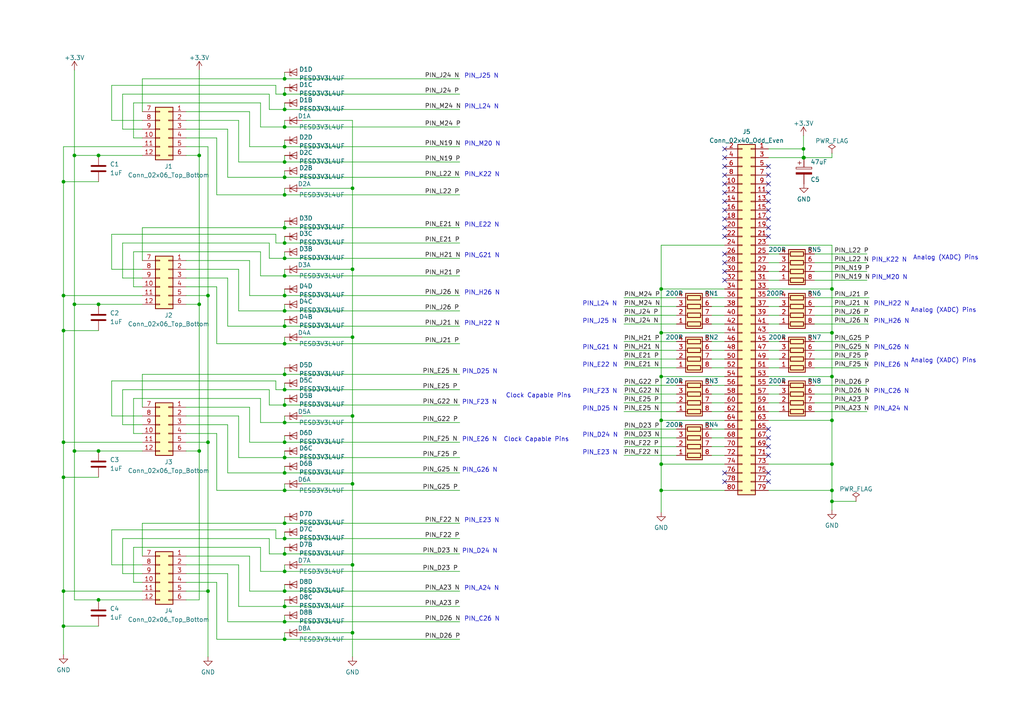
<source format=kicad_sch>
(kicad_sch (version 20211123) (generator eeschema)
  (paper "A4")
  (junction (at 57.785 45.085))
  (junction (at 82.55 175.895))
  (junction (at 82.55 160.655))
  (junction (at 82.55 113.03))
  (junction (at 82.55 185.42))
  (junction (at 18.415 128.27))
  (junction (at 18.415 52.705))
  (junction (at 82.55 132.715))
  (junction (at 191.77 109.22))
  (junction (at 233.045 43.18))
  (junction (at 18.415 171.45))
  (junction (at 82.55 22.86))
  (junction (at 241.3 121.92))
  (junction (at 191.77 96.52))
  (junction (at 60.325 171.45))
  (junction (at 102.235 183.515))
  (junction (at 241.3 142.24))
  (junction (at 102.235 140.335))
  (junction (at 57.785 88.265))
  (junction (at 28.575 173.99))
  (junction (at 102.235 78.105))
  (junction (at 102.235 163.83))
  (junction (at 82.55 85.725))
  (junction (at 82.55 42.545))
  (junction (at 82.55 142.24))
  (junction (at 82.55 74.93))
  (junction (at 18.415 85.725))
  (junction (at 82.55 108.585))
  (junction (at 18.415 181.61))
  (junction (at 102.235 120.65))
  (junction (at 191.77 121.92))
  (junction (at 241.3 83.82))
  (junction (at 82.55 128.27))
  (junction (at 82.55 66.04))
  (junction (at 28.575 88.265))
  (junction (at 82.55 46.99))
  (junction (at 241.3 145.415))
  (junction (at 21.59 45.085))
  (junction (at 241.3 96.52))
  (junction (at 82.55 90.17))
  (junction (at 191.77 142.24))
  (junction (at 82.55 180.34))
  (junction (at 82.55 99.695))
  (junction (at 82.55 70.485))
  (junction (at 82.55 151.765))
  (junction (at 21.59 130.81))
  (junction (at 241.3 134.62))
  (junction (at 233.172 45.72))
  (junction (at 82.55 94.615))
  (junction (at 82.55 31.75))
  (junction (at 82.55 171.45))
  (junction (at 82.55 137.16))
  (junction (at 57.785 130.81))
  (junction (at 18.415 138.43))
  (junction (at 82.55 36.83))
  (junction (at 241.3 109.22))
  (junction (at 82.55 56.515))
  (junction (at 60.325 128.27))
  (junction (at 82.55 117.475))
  (junction (at 102.235 54.61))
  (junction (at 191.77 83.82))
  (junction (at 18.415 95.885))
  (junction (at 233.045 45.72))
  (junction (at 82.55 156.21))
  (junction (at 82.55 165.735))
  (junction (at 102.235 97.79))
  (junction (at 82.55 51.435))
  (junction (at 82.55 80.01))
  (junction (at 82.55 27.305))
  (junction (at 28.575 130.81))
  (junction (at 28.575 45.085))
  (junction (at 82.55 122.555))
  (junction (at 60.325 85.725))
  (junction (at 21.59 88.265))
  (junction (at 191.77 134.62))
  (no_connect (at 210.185 73.66))
  (no_connect (at 210.185 76.2))
  (no_connect (at 210.185 78.74))
  (no_connect (at 210.185 81.28))
  (no_connect (at 210.185 137.16))
  (no_connect (at 210.185 139.7))
  (no_connect (at 222.885 58.42))
  (no_connect (at 222.885 60.96))
  (no_connect (at 222.885 68.58))
  (no_connect (at 222.885 66.04))
  (no_connect (at 222.885 63.5))
  (no_connect (at 222.885 137.16))
  (no_connect (at 222.885 139.7))
  (no_connect (at 222.885 132.08))
  (no_connect (at 210.185 53.34))
  (no_connect (at 210.185 45.72))
  (no_connect (at 210.185 43.18))
  (no_connect (at 210.185 55.88))
  (no_connect (at 210.185 48.26))
  (no_connect (at 210.185 50.8))
  (no_connect (at 210.185 60.96))
  (no_connect (at 210.185 58.42))
  (no_connect (at 210.185 66.04))
  (no_connect (at 210.185 63.5))
  (no_connect (at 222.885 129.54))
  (no_connect (at 222.885 127))
  (no_connect (at 222.885 124.46))
  (no_connect (at 222.885 55.88))
  (no_connect (at 222.885 48.26))
  (no_connect (at 222.885 53.34))
  (no_connect (at 222.885 50.8))
  (no_connect (at 210.185 68.58))
  (wire (pts (xy 18.415 42.545) (xy 41.275 42.545)))
  (wire (pts (xy 57.785 45.085) (xy 57.785 88.265)))
  (wire (pts (xy 80.01 67.945) (xy 80.01 70.485)))
  (wire (pts (xy 53.975 130.81) (xy 57.785 130.81)))
  (wire (pts (xy 72.39 118.11) (xy 72.39 128.27)))
  (wire (pts (xy 241.3 83.82) (xy 241.3 96.52)))
  (wire (pts (xy 62.865 168.91) (xy 62.865 185.42)))
  (wire (pts (xy 80.01 156.21) (xy 82.55 156.21)))
  (wire (pts (xy 82.55 51.435) (xy 133.35 51.435)))
  (wire (pts (xy 241.3 44.45) (xy 241.3 45.72)))
  (wire (pts (xy 57.785 20.32) (xy 57.785 45.085)))
  (wire (pts (xy 82.55 106.68) (xy 82.55 108.585)))
  (wire (pts (xy 241.3 145.415) (xy 248.285 145.415)))
  (wire (pts (xy 236.22 101.6) (xy 251.46 101.6)))
  (wire (pts (xy 82.55 113.03) (xy 133.35 113.03)))
  (wire (pts (xy 82.55 173.99) (xy 82.55 175.895)))
  (wire (pts (xy 82.55 40.64) (xy 82.55 42.545)))
  (wire (pts (xy 236.22 99.06) (xy 251.46 99.06)))
  (wire (pts (xy 38.735 29.845) (xy 75.565 29.845)))
  (wire (pts (xy 35.56 123.19) (xy 41.275 123.19)))
  (wire (pts (xy 180.975 104.14) (xy 196.215 104.14)))
  (wire (pts (xy 66.04 51.435) (xy 82.55 51.435)))
  (wire (pts (xy 62.865 40.005) (xy 62.865 56.515)))
  (wire (pts (xy 82.55 92.71) (xy 82.55 94.615)))
  (wire (pts (xy 53.975 161.29) (xy 72.39 161.29)))
  (wire (pts (xy 222.885 83.82) (xy 241.3 83.82)))
  (wire (pts (xy 82.55 185.42) (xy 133.35 185.42)))
  (wire (pts (xy 180.975 91.44) (xy 196.215 91.44)))
  (wire (pts (xy 82.55 83.82) (xy 82.55 85.725)))
  (wire (pts (xy 41.275 66.04) (xy 82.55 66.04)))
  (wire (pts (xy 222.885 109.22) (xy 241.3 109.22)))
  (wire (pts (xy 87.63 140.335) (xy 102.235 140.335)))
  (wire (pts (xy 222.885 93.98) (xy 226.06 93.98)))
  (wire (pts (xy 62.865 125.73) (xy 62.865 142.24)))
  (wire (pts (xy 38.735 168.91) (xy 41.275 168.91)))
  (wire (pts (xy 241.3 142.24) (xy 241.3 145.415)))
  (wire (pts (xy 32.385 163.83) (xy 41.275 163.83)))
  (wire (pts (xy 28.575 45.085) (xy 41.275 45.085)))
  (wire (pts (xy 18.415 138.43) (xy 18.415 171.45)))
  (wire (pts (xy 87.63 78.105) (xy 102.235 78.105)))
  (wire (pts (xy 32.385 24.765) (xy 80.01 24.765)))
  (wire (pts (xy 35.56 27.305) (xy 78.105 27.305)))
  (wire (pts (xy 41.275 151.765) (xy 41.275 161.29)))
  (wire (pts (xy 222.885 45.72) (xy 233.045 45.72)))
  (wire (pts (xy 206.375 104.14) (xy 210.185 104.14)))
  (wire (pts (xy 82.55 42.545) (xy 133.35 42.545)))
  (wire (pts (xy 53.975 88.265) (xy 57.785 88.265)))
  (wire (pts (xy 60.325 171.45) (xy 60.325 190.5)))
  (wire (pts (xy 66.04 166.37) (xy 66.04 180.34)))
  (wire (pts (xy 206.375 88.9) (xy 210.185 88.9)))
  (wire (pts (xy 35.56 166.37) (xy 41.275 166.37)))
  (wire (pts (xy 38.735 83.185) (xy 41.275 83.185)))
  (wire (pts (xy 82.55 142.24) (xy 133.35 142.24)))
  (wire (pts (xy 21.59 45.085) (xy 28.575 45.085)))
  (wire (pts (xy 69.215 90.17) (xy 69.215 78.105)))
  (wire (pts (xy 236.22 106.68) (xy 251.46 106.68)))
  (wire (pts (xy 180.975 86.36) (xy 196.215 86.36)))
  (wire (pts (xy 87.63 97.79) (xy 102.235 97.79)))
  (wire (pts (xy 53.975 37.465) (xy 66.04 37.465)))
  (wire (pts (xy 82.55 122.555) (xy 133.35 122.555)))
  (wire (pts (xy 180.975 88.9) (xy 196.215 88.9)))
  (wire (pts (xy 69.215 46.99) (xy 69.215 34.925)))
  (wire (pts (xy 82.55 178.435) (xy 82.55 180.34)))
  (wire (pts (xy 41.275 22.86) (xy 41.275 32.385)))
  (wire (pts (xy 82.55 183.515) (xy 82.55 185.42)))
  (wire (pts (xy 32.385 24.765) (xy 32.385 34.925)))
  (wire (pts (xy 222.885 91.44) (xy 226.06 91.44)))
  (wire (pts (xy 41.275 66.04) (xy 41.275 75.565)))
  (wire (pts (xy 82.55 137.16) (xy 133.35 137.16)))
  (wire (pts (xy 222.885 43.18) (xy 233.045 43.18)))
  (wire (pts (xy 222.885 119.38) (xy 226.06 119.38)))
  (wire (pts (xy 222.885 142.24) (xy 241.3 142.24)))
  (wire (pts (xy 35.56 80.645) (xy 41.275 80.645)))
  (wire (pts (xy 82.55 20.955) (xy 82.55 22.86)))
  (wire (pts (xy 78.105 160.655) (xy 82.55 160.655)))
  (wire (pts (xy 66.04 180.34) (xy 82.55 180.34)))
  (wire (pts (xy 222.885 134.62) (xy 241.3 134.62)))
  (wire (pts (xy 241.3 134.62) (xy 241.3 142.24)))
  (wire (pts (xy 53.975 85.725) (xy 60.325 85.725)))
  (wire (pts (xy 78.105 74.93) (xy 82.55 74.93)))
  (wire (pts (xy 72.39 171.45) (xy 82.55 171.45)))
  (wire (pts (xy 87.63 120.65) (xy 102.235 120.65)))
  (wire (pts (xy 82.55 54.61) (xy 82.55 56.515)))
  (wire (pts (xy 180.975 116.84) (xy 196.215 116.84)))
  (wire (pts (xy 82.55 151.765) (xy 133.35 151.765)))
  (wire (pts (xy 18.415 181.61) (xy 28.575 181.61)))
  (wire (pts (xy 191.77 121.92) (xy 210.185 121.92)))
  (wire (pts (xy 32.385 34.925) (xy 41.275 34.925)))
  (wire (pts (xy 180.975 119.38) (xy 196.215 119.38)))
  (wire (pts (xy 206.375 119.38) (xy 210.185 119.38)))
  (wire (pts (xy 53.975 171.45) (xy 60.325 171.45)))
  (wire (pts (xy 38.735 73.025) (xy 38.735 83.185)))
  (wire (pts (xy 191.77 134.62) (xy 210.185 134.62)))
  (wire (pts (xy 80.01 27.305) (xy 82.55 27.305)))
  (wire (pts (xy 82.55 149.86) (xy 82.55 151.765)))
  (wire (pts (xy 82.55 94.615) (xy 133.35 94.615)))
  (wire (pts (xy 191.77 109.22) (xy 191.77 121.92)))
  (wire (pts (xy 82.55 68.58) (xy 82.55 70.485)))
  (wire (pts (xy 32.385 153.67) (xy 32.385 163.83)))
  (wire (pts (xy 236.22 86.36) (xy 252.095 86.36)))
  (wire (pts (xy 62.865 185.42) (xy 82.55 185.42)))
  (wire (pts (xy 180.975 132.08) (xy 196.215 132.08)))
  (wire (pts (xy 18.415 171.45) (xy 18.415 181.61)))
  (wire (pts (xy 53.975 168.91) (xy 62.865 168.91)))
  (wire (pts (xy 78.105 156.21) (xy 78.105 160.655)))
  (wire (pts (xy 32.385 120.65) (xy 41.275 120.65)))
  (wire (pts (xy 75.565 122.555) (xy 75.565 115.57)))
  (wire (pts (xy 28.575 173.99) (xy 41.275 173.99)))
  (wire (pts (xy 241.3 109.22) (xy 241.3 121.92)))
  (wire (pts (xy 102.235 183.515) (xy 102.235 190.5)))
  (wire (pts (xy 236.22 73.66) (xy 251.46 73.66)))
  (wire (pts (xy 180.975 93.98) (xy 196.215 93.98)))
  (wire (pts (xy 53.975 80.645) (xy 66.04 80.645)))
  (wire (pts (xy 191.77 109.22) (xy 210.185 109.22)))
  (wire (pts (xy 28.575 88.265) (xy 41.275 88.265)))
  (wire (pts (xy 82.55 130.81) (xy 82.55 132.715)))
  (wire (pts (xy 82.55 99.695) (xy 133.35 99.695)))
  (wire (pts (xy 222.885 96.52) (xy 241.3 96.52)))
  (wire (pts (xy 21.59 20.32) (xy 21.59 45.085)))
  (wire (pts (xy 21.59 130.81) (xy 28.575 130.81)))
  (wire (pts (xy 233.045 39.37) (xy 233.045 43.18)))
  (wire (pts (xy 38.735 158.75) (xy 38.735 168.91)))
  (wire (pts (xy 53.975 123.19) (xy 66.04 123.19)))
  (wire (pts (xy 35.56 156.21) (xy 78.105 156.21)))
  (wire (pts (xy 35.56 37.465) (xy 41.275 37.465)))
  (wire (pts (xy 191.77 96.52) (xy 191.77 109.22)))
  (wire (pts (xy 206.375 99.06) (xy 210.185 99.06)))
  (wire (pts (xy 75.565 122.555) (xy 82.55 122.555)))
  (wire (pts (xy 32.385 110.49) (xy 80.01 110.49)))
  (wire (pts (xy 18.415 42.545) (xy 18.415 52.705)))
  (wire (pts (xy 21.59 88.265) (xy 21.59 130.81)))
  (wire (pts (xy 38.735 115.57) (xy 75.565 115.57)))
  (wire (pts (xy 53.975 34.925) (xy 69.215 34.925)))
  (wire (pts (xy 222.885 76.2) (xy 226.06 76.2)))
  (wire (pts (xy 62.865 99.695) (xy 82.55 99.695)))
  (wire (pts (xy 28.575 130.81) (xy 41.275 130.81)))
  (wire (pts (xy 206.375 124.46) (xy 210.185 124.46)))
  (wire (pts (xy 82.55 171.45) (xy 133.35 171.45)))
  (wire (pts (xy 180.975 114.3) (xy 196.215 114.3)))
  (wire (pts (xy 236.22 78.74) (xy 251.46 78.74)))
  (wire (pts (xy 82.55 160.655) (xy 133.35 160.655)))
  (wire (pts (xy 32.385 67.945) (xy 80.01 67.945)))
  (wire (pts (xy 82.55 66.04) (xy 133.35 66.04)))
  (wire (pts (xy 82.55 120.65) (xy 82.55 122.555)))
  (wire (pts (xy 75.565 165.735) (xy 82.55 165.735)))
  (wire (pts (xy 222.885 78.74) (xy 226.06 78.74)))
  (wire (pts (xy 222.885 86.36) (xy 226.06 86.36)))
  (wire (pts (xy 82.55 175.895) (xy 133.35 175.895)))
  (wire (pts (xy 21.59 130.81) (xy 21.59 173.99)))
  (wire (pts (xy 222.885 111.76) (xy 226.06 111.76)))
  (wire (pts (xy 53.975 75.565) (xy 72.39 75.565)))
  (wire (pts (xy 72.39 85.725) (xy 82.55 85.725)))
  (wire (pts (xy 38.735 125.73) (xy 41.275 125.73)))
  (wire (pts (xy 53.975 125.73) (xy 62.865 125.73)))
  (wire (pts (xy 18.415 138.43) (xy 28.575 138.43)))
  (wire (pts (xy 32.385 110.49) (xy 32.385 120.65)))
  (wire (pts (xy 102.235 120.65) (xy 102.235 140.335)))
  (wire (pts (xy 241.3 96.52) (xy 241.3 109.22)))
  (wire (pts (xy 18.415 85.725) (xy 41.275 85.725)))
  (wire (pts (xy 32.385 153.67) (xy 80.01 153.67)))
  (wire (pts (xy 82.55 88.265) (xy 82.55 90.17)))
  (wire (pts (xy 21.59 88.265) (xy 28.575 88.265)))
  (wire (pts (xy 82.55 163.83) (xy 82.55 165.735)))
  (wire (pts (xy 38.735 158.75) (xy 75.565 158.75)))
  (wire (pts (xy 236.22 81.28) (xy 251.46 81.28)))
  (wire (pts (xy 82.55 34.925) (xy 82.55 36.83)))
  (wire (pts (xy 222.885 71.12) (xy 241.3 71.12)))
  (wire (pts (xy 41.275 151.765) (xy 82.55 151.765)))
  (wire (pts (xy 75.565 80.01) (xy 82.55 80.01)))
  (wire (pts (xy 18.415 128.27) (xy 41.275 128.27)))
  (wire (pts (xy 87.63 54.61) (xy 102.235 54.61)))
  (wire (pts (xy 206.375 106.68) (xy 210.185 106.68)))
  (wire (pts (xy 62.865 142.24) (xy 82.55 142.24)))
  (wire (pts (xy 82.55 156.21) (xy 133.35 156.21)))
  (wire (pts (xy 102.235 97.79) (xy 102.235 120.65)))
  (wire (pts (xy 69.215 132.715) (xy 82.55 132.715)))
  (wire (pts (xy 236.22 93.98) (xy 251.9066 93.98)))
  (wire (pts (xy 62.865 83.185) (xy 62.865 99.695)))
  (wire (pts (xy 191.77 142.24) (xy 191.77 148.59)))
  (wire (pts (xy 82.55 154.305) (xy 82.55 156.21)))
  (wire (pts (xy 75.565 80.01) (xy 75.565 73.025)))
  (wire (pts (xy 53.975 45.085) (xy 57.785 45.085)))
  (wire (pts (xy 72.39 128.27) (xy 82.55 128.27)))
  (wire (pts (xy 53.975 163.83) (xy 69.215 163.83)))
  (wire (pts (xy 32.385 78.105) (xy 41.275 78.105)))
  (wire (pts (xy 180.975 124.46) (xy 196.215 124.46)))
  (wire (pts (xy 206.375 86.36) (xy 210.185 86.36)))
  (wire (pts (xy 191.77 71.12) (xy 191.77 83.82)))
  (wire (pts (xy 18.415 171.45) (xy 41.275 171.45)))
  (wire (pts (xy 38.735 115.57) (xy 38.735 125.73)))
  (wire (pts (xy 38.735 73.025) (xy 75.565 73.025)))
  (wire (pts (xy 82.55 56.515) (xy 133.35 56.515)))
  (wire (pts (xy 72.39 42.545) (xy 82.55 42.545)))
  (wire (pts (xy 82.55 45.085) (xy 82.55 46.99)))
  (wire (pts (xy 66.04 123.19) (xy 66.04 137.16)))
  (wire (pts (xy 82.55 126.365) (xy 82.55 128.27)))
  (wire (pts (xy 180.975 99.06) (xy 196.215 99.06)))
  (wire (pts (xy 236.22 88.9) (xy 252.095 88.9)))
  (wire (pts (xy 18.415 85.725) (xy 18.415 95.885)))
  (wire (pts (xy 60.325 128.27) (xy 60.325 171.45)))
  (wire (pts (xy 69.215 90.17) (xy 82.55 90.17)))
  (wire (pts (xy 82.55 78.105) (xy 82.55 80.01)))
  (wire (pts (xy 60.325 85.725) (xy 60.325 128.27)))
  (wire (pts (xy 241.3 145.415) (xy 241.3 147.955)))
  (wire (pts (xy 236.22 104.14) (xy 251.46 104.14)))
  (wire (pts (xy 236.22 116.84) (xy 251.46 116.84)))
  (wire (pts (xy 82.55 97.79) (xy 82.55 99.695)))
  (wire (pts (xy 191.77 134.62) (xy 191.77 142.24)))
  (wire (pts (xy 21.59 45.085) (xy 21.59 88.265)))
  (wire (pts (xy 66.04 137.16) (xy 82.55 137.16)))
  (wire (pts (xy 66.04 94.615) (xy 82.55 94.615)))
  (wire (pts (xy 206.375 111.76) (xy 210.185 111.76)))
  (wire (pts (xy 241.3 121.92) (xy 241.3 134.62)))
  (wire (pts (xy 82.55 70.485) (xy 133.35 70.485)))
  (wire (pts (xy 57.785 88.265) (xy 57.785 130.81)))
  (wire (pts (xy 82.55 74.93) (xy 133.35 74.93)))
  (wire (pts (xy 78.105 31.75) (xy 82.55 31.75)))
  (wire (pts (xy 191.77 142.24) (xy 210.185 142.24)))
  (wire (pts (xy 41.275 108.585) (xy 41.275 118.11)))
  (wire (pts (xy 206.375 116.84) (xy 210.185 116.84)))
  (wire (pts (xy 80.01 113.03) (xy 82.55 113.03)))
  (wire (pts (xy 82.55 165.735) (xy 133.35 165.735)))
  (wire (pts (xy 18.415 181.61) (xy 18.415 189.865)))
  (wire (pts (xy 102.235 140.335) (xy 102.235 163.83)))
  (wire (pts (xy 53.975 118.11) (xy 72.39 118.11)))
  (wire (pts (xy 222.885 81.28) (xy 226.06 81.28)))
  (wire (pts (xy 21.59 173.99) (xy 28.575 173.99)))
  (wire (pts (xy 82.55 115.57) (xy 82.55 117.475)))
  (wire (pts (xy 222.885 88.9) (xy 226.06 88.9)))
  (wire (pts (xy 82.55 73.025) (xy 82.55 74.93)))
  (wire (pts (xy 206.375 93.98) (xy 210.185 93.98)))
  (wire (pts (xy 87.63 163.83) (xy 102.235 163.83)))
  (wire (pts (xy 233.045 45.72) (xy 233.172 45.72)))
  (wire (pts (xy 69.215 46.99) (xy 82.55 46.99)))
  (wire (pts (xy 82.55 108.585) (xy 133.35 108.585)))
  (wire (pts (xy 82.55 90.17) (xy 133.35 90.17)))
  (wire (pts (xy 80.01 110.49) (xy 80.01 113.03)))
  (wire (pts (xy 72.39 161.29) (xy 72.39 171.45)))
  (wire (pts (xy 78.105 27.305) (xy 78.105 31.75)))
  (wire (pts (xy 206.375 91.44) (xy 210.185 91.44)))
  (wire (pts (xy 41.275 22.86) (xy 82.55 22.86)))
  (wire (pts (xy 53.975 32.385) (xy 72.39 32.385)))
  (wire (pts (xy 82.55 111.125) (xy 82.55 113.03)))
  (wire (pts (xy 66.04 37.465) (xy 66.04 51.435)))
  (wire (pts (xy 18.415 95.885) (xy 18.415 128.27)))
  (wire (pts (xy 102.235 54.61) (xy 102.235 78.105)))
  (wire (pts (xy 38.735 29.845) (xy 38.735 40.005)))
  (wire (pts (xy 53.975 40.005) (xy 62.865 40.005)))
  (wire (pts (xy 82.55 29.845) (xy 82.55 31.75)))
  (wire (pts (xy 82.55 27.305) (xy 133.35 27.305)))
  (wire (pts (xy 82.55 140.335) (xy 82.55 142.24)))
  (wire (pts (xy 206.375 129.54) (xy 210.185 129.54)))
  (wire (pts (xy 236.22 114.3) (xy 251.46 114.3)))
  (wire (pts (xy 191.77 96.52) (xy 210.185 96.52)))
  (wire (pts (xy 222.885 99.06) (xy 226.06 99.06)))
  (wire (pts (xy 222.885 104.14) (xy 226.06 104.14)))
  (wire (pts (xy 82.55 80.01) (xy 133.35 80.01)))
  (wire (pts (xy 180.975 129.54) (xy 196.215 129.54)))
  (wire (pts (xy 206.375 127) (xy 210.185 127)))
  (wire (pts (xy 66.04 80.645) (xy 66.04 94.615)))
  (wire (pts (xy 180.975 111.76) (xy 196.215 111.76)))
  (wire (pts (xy 60.325 42.545) (xy 60.325 85.725)))
  (wire (pts (xy 78.105 113.03) (xy 78.105 117.475)))
  (wire (pts (xy 191.77 83.82) (xy 191.77 96.52)))
  (wire (pts (xy 69.215 175.895) (xy 69.215 163.83)))
  (wire (pts (xy 82.55 128.27) (xy 133.35 128.27)))
  (wire (pts (xy 32.385 67.945) (xy 32.385 78.105)))
  (wire (pts (xy 82.55 117.475) (xy 133.35 117.475)))
  (wire (pts (xy 53.975 78.105) (xy 69.215 78.105)))
  (wire (pts (xy 35.56 70.485) (xy 78.105 70.485)))
  (wire (pts (xy 75.565 165.735) (xy 75.565 158.75)))
  (wire (pts (xy 82.55 169.545) (xy 82.55 171.45)))
  (wire (pts (xy 191.77 71.12) (xy 210.185 71.12)))
  (wire (pts (xy 75.565 36.83) (xy 82.55 36.83)))
  (wire (pts (xy 78.105 70.485) (xy 78.105 74.93)))
  (wire (pts (xy 69.215 175.895) (xy 82.55 175.895)))
  (wire (pts (xy 35.56 37.465) (xy 35.56 27.305)))
  (wire (pts (xy 57.785 130.81) (xy 57.785 173.99)))
  (wire (pts (xy 80.01 153.67) (xy 80.01 156.21)))
  (wire (pts (xy 191.77 121.92) (xy 191.77 134.62)))
  (wire (pts (xy 80.01 24.765) (xy 80.01 27.305)))
  (wire (pts (xy 62.865 56.515) (xy 82.55 56.515)))
  (wire (pts (xy 233.172 45.72) (xy 241.3 45.72)))
  (wire (pts (xy 53.975 42.545) (xy 60.325 42.545)))
  (wire (pts (xy 53.975 83.185) (xy 62.865 83.185)))
  (wire (pts (xy 82.55 135.255) (xy 82.55 137.16)))
  (wire (pts (xy 102.235 78.105) (xy 102.235 97.79)))
  (wire (pts (xy 18.415 128.27) (xy 18.415 138.43)))
  (wire (pts (xy 191.77 83.82) (xy 210.185 83.82)))
  (wire (pts (xy 82.55 132.715) (xy 133.35 132.715)))
  (wire (pts (xy 35.56 166.37) (xy 35.56 156.21)))
  (wire (pts (xy 236.22 111.76) (xy 251.46 111.76)))
  (wire (pts (xy 82.55 85.725) (xy 133.35 85.725)))
  (wire (pts (xy 222.885 101.6) (xy 226.06 101.6)))
  (wire (pts (xy 82.55 46.99) (xy 133.35 46.99)))
  (wire (pts (xy 82.55 22.86) (xy 133.35 22.86)))
  (wire (pts (xy 18.415 95.885) (xy 28.575 95.885)))
  (wire (pts (xy 222.885 73.66) (xy 226.06 73.66)))
  (wire (pts (xy 41.275 108.585) (xy 82.55 108.585)))
  (wire (pts (xy 87.63 183.515) (xy 102.235 183.515)))
  (wire (pts (xy 53.975 166.37) (xy 66.04 166.37)))
  (wire (pts (xy 222.885 121.92) (xy 241.3 121.92)))
  (wire (pts (xy 206.375 132.08) (xy 210.185 132.08)))
  (wire (pts (xy 222.885 106.68) (xy 226.06 106.68)))
  (wire (pts (xy 222.885 116.84) (xy 226.06 116.84)))
  (wire (pts (xy 53.975 173.99) (xy 57.785 173.99)))
  (wire (pts (xy 35.56 80.645) (xy 35.56 70.485)))
  (wire (pts (xy 206.375 101.6) (xy 210.185 101.6)))
  (wire (pts (xy 236.22 91.44) (xy 252.0198 91.44)))
  (wire (pts (xy 80.01 70.485) (xy 82.55 70.485)))
  (wire (pts (xy 82.55 49.53) (xy 82.55 51.435)))
  (wire (pts (xy 38.735 40.005) (xy 41.275 40.005)))
  (wire (pts (xy 180.975 106.68) (xy 196.215 106.68)))
  (wire (pts (xy 180.975 127) (xy 196.215 127)))
  (wire (pts (xy 35.56 123.19) (xy 35.56 113.03)))
  (wire (pts (xy 82.55 180.34) (xy 133.35 180.34)))
  (wire (pts (xy 102.235 163.83) (xy 102.235 183.515)))
  (wire (pts (xy 72.39 32.385) (xy 72.39 42.545)))
  (wire (pts (xy 78.105 117.475) (xy 82.55 117.475)))
  (wire (pts (xy 233.045 43.18) (xy 233.045 45.72)))
  (wire (pts (xy 180.975 101.6) (xy 196.215 101.6)))
  (wire (pts (xy 87.63 34.925) (xy 102.235 34.925)))
  (wire (pts (xy 82.55 36.83) (xy 133.35 36.83)))
  (wire (pts (xy 82.55 25.4) (xy 82.55 27.305)))
  (wire (pts (xy 35.56 113.03) (xy 78.105 113.03)))
  (wire (pts (xy 18.415 52.705) (xy 18.415 85.725)))
  (wire (pts (xy 75.565 36.83) (xy 75.565 29.845)))
  (wire (pts (xy 241.3 71.12) (xy 241.3 83.82)))
  (wire (pts (xy 236.22 119.38) (xy 251.46 119.38)))
  (wire (pts (xy 82.55 64.135) (xy 82.55 66.04)))
  (wire (pts (xy 18.415 52.705) (xy 28.575 52.705)))
  (wire (pts (xy 53.975 120.65) (xy 69.215 120.65)))
  (wire (pts (xy 236.22 76.2) (xy 251.46 76.2)))
  (wire (pts (xy 206.375 114.3) (xy 210.185 114.3)))
  (wire (pts (xy 82.55 31.75) (xy 133.35 31.75)))
  (wire (pts (xy 53.975 128.27) (xy 60.325 128.27)))
  (wire (pts (xy 69.215 132.715) (xy 69.215 120.65)))
  (wire (pts (xy 72.39 75.565) (xy 72.39 85.725)))
  (wire (pts (xy 222.885 114.3) (xy 226.06 114.3)))
  (wire (pts (xy 102.235 34.925) (xy 102.235 54.61)))
  (wire (pts (xy 82.55 158.75) (xy 82.55 160.655)))
  (text "Analog (XADC) Pins" (at 264.795 75.565 0) (effects (font (size 1.27 1.27)) (justify left bottom)))
  (text "PIN_E22 N" (at 168.91 106.68 0) (effects (font (size 1.27 1.27)) (justify left bottom)))
  (text "PIN_G21 N" (at 168.91 101.6 0) (effects (font (size 1.27 1.27)) (justify left bottom)))
  (text "Analog (XADC) Pins" (at 264.16 105.41 0) (effects (font (size 1.27 1.27)) (justify left bottom)))
  (text "PIN_D24 N" (at 133.985 160.655 0) (effects (font (size 1.27 1.27)) (justify left bottom)))
  (text "PIN_C26 N" (at 134.62 180.34 0) (effects (font (size 1.27 1.27)) (justify left bottom)))
  (text "PIN_E26 N" (at 133.985 128.27 0) (effects (font (size 1.27 1.27)) (justify left bottom)))
  (text "PIN_G26 N" (at 133.985 137.16 0) (effects (font (size 1.27 1.27)) (justify left bottom)))
  (text "PIN_F23 N" (at 168.91 114.3 0) (effects (font (size 1.27 1.27)) (justify left bottom)))
  (text "PIN_J25 N" (at 134.62 22.86 0) (effects (font (size 1.27 1.27)) (justify left bottom)))
  (text "PIN_H26 N" (at 134.62 85.725 0) (effects (font (size 1.27 1.27)) (justify left bottom)))
  (text "Analog (XADC) Pins" (at 264.16 90.805 0) (effects (font (size 1.27 1.27)) (justify left bottom)))
  (text "PIN_A24 N" (at 253.365 119.38 0) (effects (font (size 1.27 1.27)) (justify left bottom)))
  (text "PIN_K22 N" (at 134.62 51.435 0) (effects (font (size 1.27 1.27)) (justify left bottom)))
  (text "PIN_K22 N" (at 252.73 76.2 0) (effects (font (size 1.27 1.27)) (justify left bottom)))
  (text "PIN_D24 N" (at 168.91 127 0) (effects (font (size 1.27 1.27)) (justify left bottom)))
  (text "PIN_C26 N" (at 253.365 114.3 0) (effects (font (size 1.27 1.27)) (justify left bottom)))
  (text "Clock Capable Pins" (at 146.05 128.27 0) (effects (font (size 1.27 1.27)) (justify left bottom)))
  (text "PIN_L24 N" (at 168.91 88.9 0) (effects (font (size 1.27 1.27)) (justify left bottom)))
  (text "PIN_G26 N" (at 253.365 101.6 0) (effects (font (size 1.27 1.27)) (justify left bottom)))
  (text "PIN_E22 N" (at 134.62 66.04 0) (effects (font (size 1.27 1.27)) (justify left bottom)))
  (text "PIN_H22 N" (at 134.62 94.615 0) (effects (font (size 1.27 1.27)) (justify left bottom)))
  (text "PIN_E23 N" (at 168.91 132.08 0) (effects (font (size 1.27 1.27)) (justify left bottom)))
  (text "Clock Capable Pins" (at 146.685 115.57 0) (effects (font (size 1.27 1.27)) (justify left bottom)))
  (text "PIN_E26 N" (at 253.365 106.68 0) (effects (font (size 1.27 1.27)) (justify left bottom)))
  (text "PIN_G21 N" (at 134.62 74.93 0) (effects (font (size 1.27 1.27)) (justify left bottom)))
  (text "PIN_J25 N" (at 168.91 93.98 0) (effects (font (size 1.27 1.27)) (justify left bottom)))
  (text "PIN_D25 N" (at 168.91 119.38 0) (effects (font (size 1.27 1.27)) (justify left bottom)))
  (text "PIN_E23 N" (at 134.62 151.765 0) (effects (font (size 1.27 1.27)) (justify left bottom)))
  (text "PIN_H26 N" (at 253.365 93.98 0) (effects (font (size 1.27 1.27)) (justify left bottom)))
  (text "PIN_H22 N" (at 253.365 88.9 0) (effects (font (size 1.27 1.27)) (justify left bottom)))
  (text "PIN_L24 N" (at 134.62 31.75 0) (effects (font (size 1.27 1.27)) (justify left bottom)))
  (text "PIN_F23 N" (at 133.985 117.475 0) (effects (font (size 1.27 1.27)) (justify left bottom)))
  (text "PIN_D25 N" (at 133.985 108.585 0) (effects (font (size 1.27 1.27)) (justify left bottom)))
  (text "PIN_M20 N" (at 252.73 81.28 0) (effects (font (size 1.27 1.27)) (justify left bottom)))
  (text "PIN_A24 N" (at 134.62 171.45 0) (effects (font (size 1.27 1.27)) (justify left bottom)))
  (text "PIN_M20 N" (at 134.62 42.545 0) (effects (font (size 1.27 1.27)) (justify left bottom)))
  (label "PIN_F25 N" (at 241.935 106.68 0))
  (label "PIN_G22 N" (at 180.975 114.3 0))
  (label "PIN_D23 N" (at 122.555 160.655 0))
  (label "PIN_E25 N" (at 180.975 119.38 0))
  (label "PIN_D26 P" (at 123.19 185.42 0))
  (label "PIN_F22 P" (at 123.19 156.21 0))
  (label "PIN_A23 P" (at 241.935 116.84 0))
  (label "PIN_G25 P" (at 241.935 99.06 0))
  (label "PIN_J26 P" (at 123.19 90.17 0))
  (label "PIN_J24 P" (at 123.19 27.305 0))
  (label "PIN_D26 N" (at 123.19 180.34 0))
  (label "PIN_G25 N" (at 241.935 101.6 0))
  (label "PIN_E25 P" (at 122.555 113.03 0))
  (label "PIN_E21 N" (at 180.975 106.68 0))
  (label "PIN_G25 N" (at 122.555 137.16 0))
  (label "PIN_D23 P" (at 122.555 165.735 0))
  (label "PIN_F25 P" (at 122.555 132.715 0))
  (label "PIN_H21 P" (at 180.975 99.06 0))
  (label "PIN_N19 P" (at 241.935 78.74 0))
  (label "PIN_M24 N" (at 123.19 31.75 0))
  (label "PIN_A23 P" (at 123.19 175.895 0))
  (label "PIN_J26 N" (at 123.19 85.725 0))
  (label "PIN_F22 P" (at 180.975 129.54 0))
  (label "PIN_G22 P" (at 122.555 122.555 0))
  (label "PIN_E21 P" (at 123.19 70.485 0))
  (label "PIN_H21 N" (at 123.19 74.93 0))
  (label "PIN_L22 N" (at 241.935 76.2 0))
  (label "PIN_F25 P" (at 241.935 104.14 0))
  (label "PIN_L22 P" (at 123.19 56.515 0))
  (label "PIN_D23 N" (at 180.975 127 0))
  (label "PIN_J24 N" (at 123.19 22.86 0))
  (label "PIN_N19 P" (at 123.19 46.99 0))
  (label "PIN_D26 P" (at 241.935 111.76 0))
  (label "PIN_D23 P" (at 180.975 124.46 0))
  (label "PIN_J21 N" (at 123.19 94.615 0))
  (label "PIN_E25 P" (at 180.975 116.84 0))
  (label "PIN_H21 P" (at 123.19 80.01 0))
  (label "PIN_J21 P" (at 123.19 99.695 0))
  (label "PIN_A23 N" (at 241.935 119.38 0))
  (label "PIN_H21 N" (at 180.975 101.6 0))
  (label "PIN_E25 N" (at 122.555 108.585 0))
  (label "PIN_L22 N" (at 123.19 51.435 0))
  (label "PIN_F22 N" (at 180.975 132.08 0))
  (label "PIN_G22 N" (at 122.555 117.475 0))
  (label "PIN_M24 P" (at 180.975 86.36 0))
  (label "PIN_J26 P" (at 241.935 91.44 0))
  (label "PIN_J26 N" (at 241.935 93.98 0))
  (label "PIN_N19 N" (at 241.935 81.28 0))
  (label "PIN_E21 N" (at 123.19 66.04 0))
  (label "PIN_N19 N" (at 123.19 42.545 0))
  (label "PIN_E21 P" (at 180.975 104.14 0))
  (label "PIN_F25 N" (at 122.555 128.27 0))
  (label "PIN_F22 N" (at 123.19 151.765 0))
  (label "PIN_J24 N" (at 180.975 93.98 0))
  (label "PIN_J24 P" (at 180.975 91.44 0))
  (label "PIN_L22 P" (at 241.935 73.66 0))
  (label "PIN_J21 N" (at 241.935 88.9 0))
  (label "PIN_G22 P" (at 180.975 111.76 0))
  (label "PIN_J21 P" (at 241.935 86.36 0))
  (label "PIN_M24 N" (at 180.975 88.9 0))
  (label "PIN_G25 P" (at 122.555 142.24 0))
  (label "PIN_D26 N" (at 241.935 114.3 0))
  (label "PIN_A23 N" (at 123.19 171.45 0))
  (label "PIN_M24 P" (at 123.19 36.83 0))
  (symbol (lib_id "power:GND") (at 191.77 148.59 0) (unit 1)
    (property "Reference" "#PWR02" (effects hide))
    (property "Value" "GND" (at 191.77 153.0334 0))
  )
  (symbol (lib_id "Power_Protection:PESD3V3L4UF") (at 85.09 40.64 0) (unit 4)
    (property "Reference" "D2" (at 86.741 39.8053 0) (effects (justify left)))
    (property "Value" "PESD3V3L4UF" (at 86.741 42.3422 0) (effects (justify left)))
    (property "Footprint" "fpga-adapter:SOT1176" (effects hide))
    (property "Datasheet" "https://assets.nexperia.com/documents/data-sheet/PESDXL4UF_G_W.pdf" (effects hide))
  )
  (symbol (lib_id "Device:C") (at 28.575 48.895 0) (unit 1)
    (property "Reference" "C1" (at 31.877 47.6249 0) (effects (justify left)))
    (property "Value" "1uF" (at 31.877 50.1649 0) (effects (justify left)))
    (property "Footprint" "Capacitor_SMD:C_0603_1608Metric" (effects hide))
  )
  (symbol (lib_id "Power_Protection:PESD3V3L4UF") (at 85.09 140.335 0) (unit 1)
    (property "Reference" "D6" (at 88.265 139.065 0))
    (property "Value" "PESD3V3L4UF" (at 93.345 142.24 0))
    (property "Footprint" "fpga-adapter:SOT1176" (effects hide))
    (property "Datasheet" "https://assets.nexperia.com/documents/data-sheet/PESDXL4UF_G_W.pdf" (effects hide))
  )
  (symbol (lib_id "Power_Protection:PESD3V3L4UF") (at 85.09 34.925 0) (unit 1)
    (property "Reference" "D1" (at 88.265 33.655 0))
    (property "Value" "PESD3V3L4UF" (at 93.345 36.83 0))
    (property "Footprint" "fpga-adapter:SOT1176" (effects hide))
    (property "Datasheet" "https://assets.nexperia.com/documents/data-sheet/PESDXL4UF_G_W.pdf" (effects hide))
  )
  (symbol (lib_id "Connector_Generic:Conn_02x06_Top_Bottom") (at 48.895 37.465 0) (mirror y) (unit 1)
    (property "Reference" "J1" (at 48.895 48.2631 0))
    (property "Value" "Conn_02x06_Top_Bottom" (at 48.895 50.8 0))
    (property "Footprint" "fpga-adapter:PMOD-connector" (effects hide))
  )
  (symbol (lib_id "power:+3.3V") (at 233.045 39.37 0) (unit 1)
    (property "Reference" "#PWR03" (effects hide))
    (property "Value" "+3.3V" (at 233.045 35.7942 0))
  )
  (symbol (lib_id "power:GND") (at 60.325 190.5 0) (unit 1)
    (property "Reference" "#PWR0101" (effects hide))
    (property "Value" "GND" (at 60.325 194.9434 0))
  )
  (symbol (lib_id "Power_Protection:PESD3V3L4UF") (at 85.09 106.68 0) (unit 4)
    (property "Reference" "D5" (at 86.741 105.8453 0) (effects (justify left)))
    (property "Value" "PESD3V3L4UF" (at 86.741 108.3822 0) (effects (justify left)))
    (property "Footprint" "fpga-adapter:SOT1176" (effects hide))
    (property "Datasheet" "https://assets.nexperia.com/documents/data-sheet/PESDXL4UF_G_W.pdf" (effects hide))
  )
  (symbol (lib_id "Power_Protection:PESD3V3L4UF") (at 85.09 25.4 0) (unit 3)
    (property "Reference" "D1" (at 86.741 24.5653 0) (effects (justify left)))
    (property "Value" "PESD3V3L4UF" (at 86.741 27.1022 0) (effects (justify left)))
    (property "Footprint" "fpga-adapter:SOT1176" (effects hide))
    (property "Datasheet" "https://assets.nexperia.com/documents/data-sheet/PESDXL4UF_G_W.pdf" (effects hide))
  )
  (symbol (lib_id "Device:C") (at 28.575 177.8 0) (unit 1)
    (property "Reference" "C4" (at 31.877 176.5299 0) (effects (justify left)))
    (property "Value" "1uF" (at 31.877 179.0699 0) (effects (justify left)))
    (property "Footprint" "Capacitor_SMD:C_0603_1608Metric" (effects hide))
  )
  (symbol (lib_id "Power_Protection:PESD3V3L4UF") (at 85.09 154.305 0) (unit 3)
    (property "Reference" "D7" (at 86.741 153.4703 0) (effects (justify left)))
    (property "Value" "PESD3V3L4UF" (at 86.741 156.0072 0) (effects (justify left)))
    (property "Footprint" "fpga-adapter:SOT1176" (effects hide))
    (property "Datasheet" "https://assets.nexperia.com/documents/data-sheet/PESDXL4UF_G_W.pdf" (effects hide))
  )
  (symbol (lib_id "Power_Protection:PESD3V3L4UF") (at 85.09 173.99 0) (unit 3)
    (property "Reference" "D8" (at 86.741 173.1553 0) (effects (justify left)))
    (property "Value" "PESD3V3L4UF" (at 86.741 175.6922 0) (effects (justify left)))
    (property "Footprint" "fpga-adapter:SOT1176" (effects hide))
    (property "Datasheet" "https://assets.nexperia.com/documents/data-sheet/PESDXL4UF_G_W.pdf" (effects hide))
  )
  (symbol (lib_id "Device:R_Pack04") (at 201.295 101.6 270) (mirror x) (unit 1)
    (property "Reference" "RN2" (at 206.375 97.79 90))
    (property "Value" "200R" (at 195.58 97.79 90))
    (property "Footprint" "Resistor_SMD:R_Array_Convex_4x0402" (effects hide))
  )
  (symbol (lib_id "Power_Protection:PESD3V3L4UF") (at 85.09 83.82 0) (unit 4)
    (property "Reference" "D4" (at 86.741 82.9853 0) (effects (justify left)))
    (property "Value" "PESD3V3L4UF" (at 86.741 85.5222 0) (effects (justify left)))
    (property "Footprint" "fpga-adapter:SOT1176" (effects hide))
    (property "Datasheet" "https://assets.nexperia.com/documents/data-sheet/PESDXL4UF_G_W.pdf" (effects hide))
  )
  (symbol (lib_id "Device:R_Pack04") (at 201.295 88.9 270) (mirror x) (unit 1)
    (property "Reference" "RN1" (at 206.375 85.09 90))
    (property "Value" "200R" (at 195.58 85.09 90))
    (property "Footprint" "Resistor_SMD:R_Array_Convex_4x0402" (effects hide))
  )
  (symbol (lib_id "Power_Protection:PESD3V3L4UF") (at 85.09 88.265 0) (unit 3)
    (property "Reference" "D4" (at 86.741 87.4303 0) (effects (justify left)))
    (property "Value" "PESD3V3L4UF" (at 86.741 89.9672 0) (effects (justify left)))
    (property "Footprint" "fpga-adapter:SOT1176" (effects hide))
    (property "Datasheet" "https://assets.nexperia.com/documents/data-sheet/PESDXL4UF_G_W.pdf" (effects hide))
  )
  (symbol (lib_id "Power_Protection:PESD3V3L4UF") (at 85.09 29.845 0) (unit 2)
    (property "Reference" "D1" (at 86.741 29.0103 0) (effects (justify left)))
    (property "Value" "PESD3V3L4UF" (at 86.741 31.5472 0) (effects (justify left)))
    (property "Footprint" "fpga-adapter:SOT1176" (effects hide))
    (property "Datasheet" "https://assets.nexperia.com/documents/data-sheet/PESDXL4UF_G_W.pdf" (effects hide))
  )
  (symbol (lib_id "Device:R_Pack04") (at 201.295 114.3 270) (mirror x) (unit 1)
    (property "Reference" "RN3" (at 206.375 110.49 90))
    (property "Value" "200R" (at 195.58 110.49 90))
    (property "Footprint" "Resistor_SMD:R_Array_Convex_4x0402" (effects hide))
  )
  (symbol (lib_id "Power_Protection:PESD3V3L4UF") (at 85.09 20.955 0) (unit 4)
    (property "Reference" "D1" (at 86.741 20.1203 0) (effects (justify left)))
    (property "Value" "PESD3V3L4UF" (at 86.741 22.6572 0) (effects (justify left)))
    (property "Footprint" "fpga-adapter:SOT1176" (effects hide))
    (property "Datasheet" "https://assets.nexperia.com/documents/data-sheet/PESDXL4UF_G_W.pdf" (effects hide))
  )
  (symbol (lib_id "power:GND") (at 18.415 189.865 0) (unit 1)
    (property "Reference" "#PWR0102" (effects hide))
    (property "Value" "GND" (at 18.415 194.3084 0))
  )
  (symbol (lib_id "Device:R_Pack04") (at 201.295 127 270) (mirror x) (unit 1)
    (property "Reference" "RN4" (at 206.375 123.19 90))
    (property "Value" "200R" (at 195.58 123.19 90))
    (property "Footprint" "Resistor_SMD:R_Array_Convex_4x0402" (effects hide))
  )
  (symbol (lib_id "Power_Protection:PESD3V3L4UF") (at 85.09 178.435 0) (unit 2)
    (property "Reference" "D8" (at 86.741 177.6003 0) (effects (justify left)))
    (property "Value" "PESD3V3L4UF" (at 86.741 180.1372 0) (effects (justify left)))
    (property "Footprint" "fpga-adapter:SOT1176" (effects hide))
    (property "Datasheet" "https://assets.nexperia.com/documents/data-sheet/PESDXL4UF_G_W.pdf" (effects hide))
  )
  (symbol (lib_id "Device:C") (at 28.575 134.62 0) (unit 1)
    (property "Reference" "C3" (at 31.877 133.3499 0) (effects (justify left)))
    (property "Value" "1uF" (at 31.877 135.8899 0) (effects (justify left)))
    (property "Footprint" "Capacitor_SMD:C_0603_1608Metric" (effects hide))
  )
  (symbol (lib_id "Power_Protection:PESD3V3L4UF") (at 85.09 64.135 0) (unit 4)
    (property "Reference" "D3" (at 86.741 63.3003 0) (effects (justify left)))
    (property "Value" "PESD3V3L4UF" (at 86.741 65.8372 0) (effects (justify left)))
    (property "Footprint" "fpga-adapter:SOT1176" (effects hide))
    (property "Datasheet" "https://assets.nexperia.com/documents/data-sheet/PESDXL4UF_G_W.pdf" (effects hide))
  )
  (symbol (lib_id "power:+3.3V") (at 57.785 20.32 0) (unit 1)
    (property "Reference" "#PWR05" (effects hide))
    (property "Value" "+3.3V" (at 57.785 16.7442 0))
  )
  (symbol (lib_id "Power_Protection:PESD3V3L4UF") (at 85.09 149.86 0) (unit 4)
    (property "Reference" "D7" (at 86.741 149.0253 0) (effects (justify left)))
    (property "Value" "PESD3V3L4UF" (at 86.741 151.5622 0) (effects (justify left)))
    (property "Footprint" "fpga-adapter:SOT1176" (effects hide))
    (property "Datasheet" "https://assets.nexperia.com/documents/data-sheet/PESDXL4UF_G_W.pdf" (effects hide))
  )
  (symbol (lib_id "Power_Protection:PESD3V3L4UF") (at 85.09 163.83 0) (unit 1)
    (property "Reference" "D7" (at 88.265 162.56 0))
    (property "Value" "PESD3V3L4UF" (at 93.345 165.735 0))
    (property "Footprint" "fpga-adapter:SOT1176" (effects hide))
    (property "Datasheet" "https://assets.nexperia.com/documents/data-sheet/PESDXL4UF_G_W.pdf" (effects hide))
  )
  (symbol (lib_id "Power_Protection:PESD3V3L4UF") (at 85.09 73.025 0) (unit 2)
    (property "Reference" "D3" (at 86.741 72.1903 0) (effects (justify left)))
    (property "Value" "PESD3V3L4UF" (at 86.741 74.7272 0) (effects (justify left)))
    (property "Footprint" "fpga-adapter:SOT1176" (effects hide))
    (property "Datasheet" "https://assets.nexperia.com/documents/data-sheet/PESDXL4UF_G_W.pdf" (effects hide))
  )
  (symbol (lib_id "Device:R_Pack04") (at 231.14 114.3 270) (mirror x) (unit 1)
    (property "Reference" "RN8" (at 236.22 110.49 90))
    (property "Value" "200R" (at 225.425 110.49 90))
    (property "Footprint" "Resistor_SMD:R_Array_Convex_4x0402" (effects hide))
  )
  (symbol (lib_id "Device:R_Pack04") (at 231.14 76.2 270) (mirror x) (unit 1)
    (property "Reference" "RN5" (at 236.22 72.39 90))
    (property "Value" "200R" (at 225.425 72.39 90))
    (property "Footprint" "Resistor_SMD:R_Array_Convex_4x0402" (effects hide))
  )
  (symbol (lib_id "power:PWR_FLAG") (at 241.3 44.45 0) (unit 1)
    (property "Reference" "#FLG0101" (effects hide))
    (property "Value" "PWR_FLAG" (at 241.3 40.8742 0))
  )
  (symbol (lib_id "Connector_Generic:Conn_02x40_Odd_Even") (at 217.805 91.44 0) (mirror y) (unit 1)
    (property "Reference" "J5" (at 216.535 38.2102 0))
    (property "Value" "Conn_02x40_Odd_Even" (at 216.535 40.7471 0))
    (property "Footprint" "fpga-adapter:TE_5-5179180-3" (effects hide))
  )
  (symbol (lib_id "Power_Protection:PESD3V3L4UF") (at 85.09 183.515 0) (unit 1)
    (property "Reference" "D8" (at 88.265 182.245 0))
    (property "Value" "PESD3V3L4UF" (at 93.345 185.42 0))
    (property "Footprint" "fpga-adapter:SOT1176" (effects hide))
    (property "Datasheet" "https://assets.nexperia.com/documents/data-sheet/PESDXL4UF_G_W.pdf" (effects hide))
  )
  (symbol (lib_id "power:GND") (at 241.3 147.955 0) (unit 1)
    (property "Reference" "#PWR04" (effects hide))
    (property "Value" "GND" (at 241.3 152.3984 0))
  )
  (symbol (lib_id "Power_Protection:PESD3V3L4UF") (at 85.09 92.71 0) (unit 2)
    (property "Reference" "D4" (at 86.741 91.8753 0) (effects (justify left)))
    (property "Value" "PESD3V3L4UF" (at 86.741 94.4122 0) (effects (justify left)))
    (property "Footprint" "fpga-adapter:SOT1176" (effects hide))
    (property "Datasheet" "https://assets.nexperia.com/documents/data-sheet/PESDXL4UF_G_W.pdf" (effects hide))
  )
  (symbol (lib_id "Power_Protection:PESD3V3L4UF") (at 85.09 49.53 0) (unit 2)
    (property "Reference" "D2" (at 86.741 48.6953 0) (effects (justify left)))
    (property "Value" "PESD3V3L4UF" (at 86.741 51.2322 0) (effects (justify left)))
    (property "Footprint" "fpga-adapter:SOT1176" (effects hide))
    (property "Datasheet" "https://assets.nexperia.com/documents/data-sheet/PESDXL4UF_G_W.pdf" (effects hide))
  )
  (symbol (lib_id "Connector_Generic:Conn_02x06_Top_Bottom") (at 48.895 166.37 0) (mirror y) (unit 1)
    (property "Reference" "J4" (at 48.895 177.1681 0))
    (property "Value" "Conn_02x06_Top_Bottom" (at 48.895 179.705 0))
    (property "Footprint" "fpga-adapter:PMOD-connector" (effects hide))
  )
  (symbol (lib_id "Power_Protection:PESD3V3L4UF") (at 85.09 111.125 0) (unit 3)
    (property "Reference" "D5" (at 86.741 110.2903 0) (effects (justify left)))
    (property "Value" "PESD3V3L4UF" (at 86.741 112.8272 0) (effects (justify left)))
    (property "Footprint" "fpga-adapter:SOT1176" (effects hide))
    (property "Datasheet" "https://assets.nexperia.com/documents/data-sheet/PESDXL4UF_G_W.pdf" (effects hide))
  )
  (symbol (lib_id "Device:C") (at 28.575 92.075 0) (unit 1)
    (property "Reference" "C2" (at 31.877 90.8049 0) (effects (justify left)))
    (property "Value" "1uF" (at 31.877 93.3449 0) (effects (justify left)))
    (property "Footprint" "Capacitor_SMD:C_0603_1608Metric" (effects hide))
  )
  (symbol (lib_id "Power_Protection:PESD3V3L4UF") (at 85.09 68.58 0) (unit 3)
    (property "Reference" "D3" (at 86.741 67.7453 0) (effects (justify left)))
    (property "Value" "PESD3V3L4UF" (at 86.741 70.2822 0) (effects (justify left)))
    (property "Footprint" "fpga-adapter:SOT1176" (effects hide))
    (property "Datasheet" "https://assets.nexperia.com/documents/data-sheet/PESDXL4UF_G_W.pdf" (effects hide))
  )
  (symbol (lib_id "power:PWR_FLAG") (at 248.285 145.415 0) (unit 1)
    (property "Reference" "#FLG01" (effects hide))
    (property "Value" "PWR_FLAG" (at 248.285 141.8392 0))
  )
  (symbol (lib_id "Device:R_Pack04") (at 231.14 88.9 270) (mirror x) (unit 1)
    (property "Reference" "RN6" (at 236.22 85.09 90))
    (property "Value" "200R" (at 224.7598 85.0852 90))
    (property "Footprint" "Resistor_SMD:R_Array_Convex_4x0402" (effects hide))
  )
  (symbol (lib_id "Device:C_Polarized") (at 233.172 49.53 0) (unit 1)
    (property "Reference" "C5" (at 235.077 52.07 0) (effects (justify left)))
    (property "Value" "47uF" (at 235.077 46.99 0) (effects (justify left)))
    (property "Footprint" "Capacitor_SMD:CP_Elec_5x5.4" (effects hide))
  )
  (symbol (lib_id "Power_Protection:PESD3V3L4UF") (at 85.09 126.365 0) (unit 4)
    (property "Reference" "D6" (at 86.741 125.5303 0) (effects (justify left)))
    (property "Value" "PESD3V3L4UF" (at 86.741 128.0672 0) (effects (justify left)))
    (property "Footprint" "fpga-adapter:SOT1176" (effects hide))
    (property "Datasheet" "https://assets.nexperia.com/documents/data-sheet/PESDXL4UF_G_W.pdf" (effects hide))
  )
  (symbol (lib_id "Power_Protection:PESD3V3L4UF") (at 85.09 120.65 0) (unit 1)
    (property "Reference" "D5" (at 88.265 119.38 0))
    (property "Value" "PESD3V3L4UF" (at 93.345 122.555 0))
    (property "Footprint" "fpga-adapter:SOT1176" (effects hide))
    (property "Datasheet" "https://assets.nexperia.com/documents/data-sheet/PESDXL4UF_G_W.pdf" (effects hide))
  )
  (symbol (lib_id "Connector_Generic:Conn_02x06_Top_Bottom") (at 48.895 80.645 0) (mirror y) (unit 1)
    (property "Reference" "J2" (at 48.895 91.4431 0))
    (property "Value" "Conn_02x06_Top_Bottom" (at 48.895 93.98 0))
    (property "Footprint" "fpga-adapter:PMOD-connector" (effects hide))
  )
  (symbol (lib_id "Device:R_Pack04") (at 231.14 101.6 270) (mirror x) (unit 1)
    (property "Reference" "RN7" (at 236.22 97.79 90))
    (property "Value" "200R" (at 225.425 97.79 90))
    (property "Footprint" "Resistor_SMD:R_Array_Convex_4x0402" (effects hide))
  )
  (symbol (lib_id "Power_Protection:PESD3V3L4UF") (at 85.09 54.61 0) (unit 1)
    (property "Reference" "D2" (at 88.265 53.34 0))
    (property "Value" "PESD3V3L4UF" (at 93.345 56.515 0))
    (property "Footprint" "fpga-adapter:SOT1176" (effects hide))
    (property "Datasheet" "https://assets.nexperia.com/documents/data-sheet/PESDXL4UF_G_W.pdf" (effects hide))
  )
  (symbol (lib_id "Power_Protection:PESD3V3L4UF") (at 85.09 78.105 0) (unit 1)
    (property "Reference" "D3" (at 88.265 76.835 0))
    (property "Value" "PESD3V3L4UF" (at 93.345 80.01 0))
    (property "Footprint" "fpga-adapter:SOT1176" (effects hide))
    (property "Datasheet" "https://assets.nexperia.com/documents/data-sheet/PESDXL4UF_G_W.pdf" (effects hide))
  )
  (symbol (lib_id "Power_Protection:PESD3V3L4UF") (at 85.09 97.79 0) (unit 1)
    (property "Reference" "D4" (at 88.265 96.52 0))
    (property "Value" "PESD3V3L4UF" (at 93.345 99.695 0))
    (property "Footprint" "fpga-adapter:SOT1176" (effects hide))
    (property "Datasheet" "https://assets.nexperia.com/documents/data-sheet/PESDXL4UF_G_W.pdf" (effects hide))
  )
  (symbol (lib_id "power:GND") (at 102.235 190.5 0) (unit 1)
    (property "Reference" "#PWR01" (effects hide))
    (property "Value" "GND" (at 102.235 194.9434 0))
  )
  (symbol (lib_id "power:+3.3V") (at 21.59 20.32 0) (unit 1)
    (property "Reference" "#PWR0103" (effects hide))
    (property "Value" "+3.3V" (at 21.59 16.7442 0))
  )
  (symbol (lib_id "Power_Protection:PESD3V3L4UF") (at 85.09 130.81 0) (unit 3)
    (property "Reference" "D6" (at 86.741 129.9753 0) (effects (justify left)))
    (property "Value" "PESD3V3L4UF" (at 86.741 132.5122 0) (effects (justify left)))
    (property "Footprint" "fpga-adapter:SOT1176" (effects hide))
    (property "Datasheet" "https://assets.nexperia.com/documents/data-sheet/PESDXL4UF_G_W.pdf" (effects hide))
  )
  (symbol (lib_id "Power_Protection:PESD3V3L4UF") (at 85.09 115.57 0) (unit 2)
    (property "Reference" "D5" (at 86.741 114.7353 0) (effects (justify left)))
    (property "Value" "PESD3V3L4UF" (at 86.741 117.2722 0) (effects (justify left)))
    (property "Footprint" "fpga-adapter:SOT1176" (effects hide))
    (property "Datasheet" "https://assets.nexperia.com/documents/data-sheet/PESDXL4UF_G_W.pdf" (effects hide))
  )
  (symbol (lib_id "Power_Protection:PESD3V3L4UF") (at 85.09 169.545 0) (unit 4)
    (property "Reference" "D8" (at 86.741 168.7103 0) (effects (justify left)))
    (property "Value" "PESD3V3L4UF" (at 86.741 171.2472 0) (effects (justify left)))
    (property "Footprint" "fpga-adapter:SOT1176" (effects hide))
    (property "Datasheet" "https://assets.nexperia.com/documents/data-sheet/PESDXL4UF_G_W.pdf" (effects hide))
  )
  (symbol (lib_id "Power_Protection:PESD3V3L4UF") (at 85.09 158.75 0) (unit 2)
    (property "Reference" "D7" (at 86.741 157.9153 0) (effects (justify left)))
    (property "Value" "PESD3V3L4UF" (at 86.741 160.4522 0) (effects (justify left)))
    (property "Footprint" "fpga-adapter:SOT1176" (effects hide))
    (property "Datasheet" "https://assets.nexperia.com/documents/data-sheet/PESDXL4UF_G_W.pdf" (effects hide))
  )
  (symbol (lib_id "Connector_Generic:Conn_02x06_Top_Bottom") (at 48.895 123.19 0) (mirror y) (unit 1)
    (property "Reference" "J3" (at 48.895 133.9881 0))
    (property "Value" "Conn_02x06_Top_Bottom" (at 48.895 136.525 0))
    (property "Footprint" "fpga-adapter:PMOD-connector" (effects hide))
  )
  (symbol (lib_id "power:GND") (at 233.172 53.34 0) (unit 1)
    (property "Reference" "#PWR0104" (effects hide))
    (property "Value" "GND" (at 233.172 57.7834 0))
  )
  (symbol (lib_id "Power_Protection:PESD3V3L4UF") (at 85.09 135.255 0) (unit 2)
    (property "Reference" "D6" (at 86.741 134.4203 0) (effects (justify left)))
    (property "Value" "PESD3V3L4UF" (at 86.741 136.9572 0) (effects (justify left)))
    (property "Footprint" "fpga-adapter:SOT1176" (effects hide))
    (property "Datasheet" "https://assets.nexperia.com/documents/data-sheet/PESDXL4UF_G_W.pdf" (effects hide))
  )
  (symbol (lib_id "Power_Protection:PESD3V3L4UF") (at 85.09 45.085 0) (unit 3)
    (property "Reference" "D2" (at 86.741 44.2503 0) (effects (justify left)))
    (property "Value" "PESD3V3L4UF" (at 86.741 46.7872 0) (effects (justify left)))
    (property "Footprint" "fpga-adapter:SOT1176" (effects hide))
    (property "Datasheet" "https://assets.nexperia.com/documents/data-sheet/PESDXL4UF_G_W.pdf" (effects hide))
  )
)
</source>
